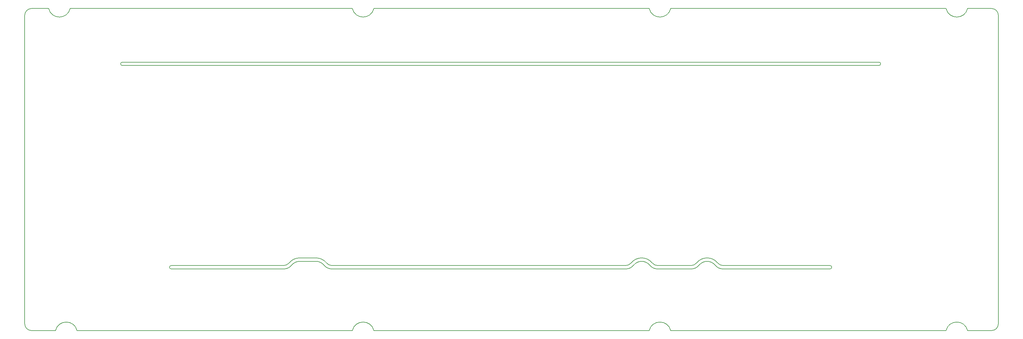
<source format=gbr>
G04 #@! TF.GenerationSoftware,KiCad,Pcbnew,(5.1.8)-1*
G04 #@! TF.CreationDate,2021-01-12T12:44:19+07:00*
G04 #@! TF.ProjectId,PCB-Common60,5043422d-436f-46d6-9d6f-6e36302e6b69,2*
G04 #@! TF.SameCoordinates,Original*
G04 #@! TF.FileFunction,Profile,NP*
%FSLAX46Y46*%
G04 Gerber Fmt 4.6, Leading zero omitted, Abs format (unit mm)*
G04 Created by KiCad (PCBNEW (5.1.8)-1) date 2021-01-12 12:44:19*
%MOMM*%
%LPD*%
G01*
G04 APERTURE LIST*
G04 #@! TA.AperFunction,Profile*
%ADD10C,0.200000*%
G04 #@! TD*
G04 APERTURE END LIST*
D10*
X226481250Y-66175000D02*
G75*
G02*
X226481250Y-67175000I0J-500000D01*
G01*
X80831730Y-67174999D02*
G75*
G02*
X78496790Y-66058627I0J2999999D01*
G01*
X76161849Y-64942254D02*
G75*
G02*
X78496790Y-66058627I0J-3000001D01*
G01*
X71404849Y-64942255D02*
X76161849Y-64942255D01*
X226481250Y-66175000D02*
X195206730Y-66177044D01*
X188201909Y-66060672D02*
G75*
G02*
X185866969Y-67177044I-2334940J1883628D01*
G01*
X176075180Y-67177144D02*
X185866969Y-67177044D01*
X69069909Y-66058627D02*
G75*
G02*
X71404849Y-64942255I2334940J-1883628D01*
G01*
X169070359Y-66060772D02*
G75*
G02*
X166735419Y-67177144I-2334940J1883628D01*
G01*
X195206730Y-66177044D02*
G75*
G02*
X193650103Y-65432796I0J2000000D01*
G01*
X187423595Y-65432795D02*
G75*
G02*
X193650103Y-65432796I3113254J-2511504D01*
G01*
X188201909Y-66060671D02*
G75*
G02*
X192871790Y-66060672I2334940J-1883628D01*
G01*
X176075181Y-67177144D02*
G75*
G02*
X173740240Y-66060772I-1J3000000D01*
G01*
X195206731Y-67177044D02*
G75*
G02*
X192871790Y-66060672I-1J3000000D01*
G01*
X195206730Y-67177044D02*
X226481250Y-67175000D01*
X187423596Y-65432796D02*
G75*
G02*
X185866969Y-66177044I-1556627J1255752D01*
G01*
X80831730Y-67175000D02*
X166735419Y-67177144D01*
X169070359Y-66060771D02*
G75*
G02*
X173740240Y-66060772I2334940J-1883628D01*
G01*
X6300007Y-85200008D02*
X86800006Y-85200008D01*
X275700008Y-83200008D02*
X275700008Y6999993D01*
X4300006Y8999992D02*
G75*
G02*
X-1999992Y8999992I-3149999J734500D01*
G01*
X76161849Y-63942255D02*
G75*
G02*
X79275103Y-65430751I0J-4000000D01*
G01*
X260399796Y8999940D02*
X179900007Y8999990D01*
X173600008Y8999992D02*
X93100008Y8999992D01*
X-1999992Y8999992D02*
X-6999992Y8999992D01*
X176075180Y-66177144D02*
G75*
G02*
X174518553Y-65432896I0J2000000D01*
G01*
X-8999992Y6999992D02*
G75*
G02*
X-6999992Y8999992I2000000J0D01*
G01*
X80831729Y-66175000D02*
G75*
G02*
X79275103Y-65430751I1J2000000D01*
G01*
X86800008Y8999992D02*
X4300008Y8999992D01*
X275700008Y-83200008D02*
G75*
G02*
X273700008Y-85200008I-2000000J0D01*
G01*
X266700232Y8999991D02*
G75*
G02*
X260399796Y8999940I-3150224J734501D01*
G01*
X266700007Y-85200008D02*
X273700008Y-85200008D01*
X166735419Y-66177144D02*
X80831730Y-66175000D01*
X240768750Y-6681950D02*
G75*
G02*
X240768750Y-7681950I0J-500000D01*
G01*
X273700008Y8999993D02*
G75*
G02*
X275700008Y6999993I0J-2000000D01*
G01*
X66734969Y-66175000D02*
X33837500Y-66175000D01*
X93100008Y8999992D02*
G75*
G02*
X86800008Y8999992I-3150000J734500D01*
G01*
X33837500Y-67175000D02*
G75*
G02*
X33837500Y-66175000I0J500000D01*
G01*
X-8999992Y6999992D02*
X-8999992Y-83200008D01*
X33837500Y-67175000D02*
X66734969Y-67175000D01*
X179900006Y8999990D02*
G75*
G02*
X173600008Y8999992I-3149999J734501D01*
G01*
X93100007Y-85200008D02*
X173600008Y-85200006D01*
X19550000Y-7681950D02*
G75*
G02*
X19550000Y-6681950I0J500000D01*
G01*
X185866969Y-66177044D02*
X176075180Y-66177144D01*
X76161849Y-63942255D02*
X71404849Y-63942255D01*
X69069909Y-66058628D02*
G75*
G02*
X66734969Y-67175000I-2334940J1883628D01*
G01*
X260400007Y-85200004D02*
G75*
G02*
X266700007Y-85200008I3150000J-734502D01*
G01*
X-6999993Y-85200007D02*
X7Y-85200008D01*
X68291596Y-65430752D02*
G75*
G02*
X66734969Y-66175000I-1556627J1255752D01*
G01*
X240768750Y-6681950D02*
X19550000Y-6681950D01*
X19550000Y-7681950D02*
X240768750Y-7681950D01*
X86800005Y-85200008D02*
G75*
G02*
X93100007Y-85200008I3150001J-734500D01*
G01*
X173600009Y-85200006D02*
G75*
G02*
X179900007Y-85200008I3149999J-734501D01*
G01*
X-6999993Y-85200007D02*
G75*
G02*
X-8999992Y-83200008I0J1999999D01*
G01*
X7Y-85200008D02*
G75*
G02*
X6300007Y-85200008I3150000J-734500D01*
G01*
X179900007Y-85200008D02*
X260400008Y-85200006D01*
X168292045Y-65432895D02*
G75*
G02*
X174518553Y-65432896I3113254J-2511504D01*
G01*
X168292046Y-65432896D02*
G75*
G02*
X166735419Y-66177144I-1556627J1255752D01*
G01*
X273700008Y8999993D02*
X266700231Y8999990D01*
X68291595Y-65430751D02*
G75*
G02*
X71404849Y-63942255I3113254J-2511504D01*
G01*
M02*

</source>
